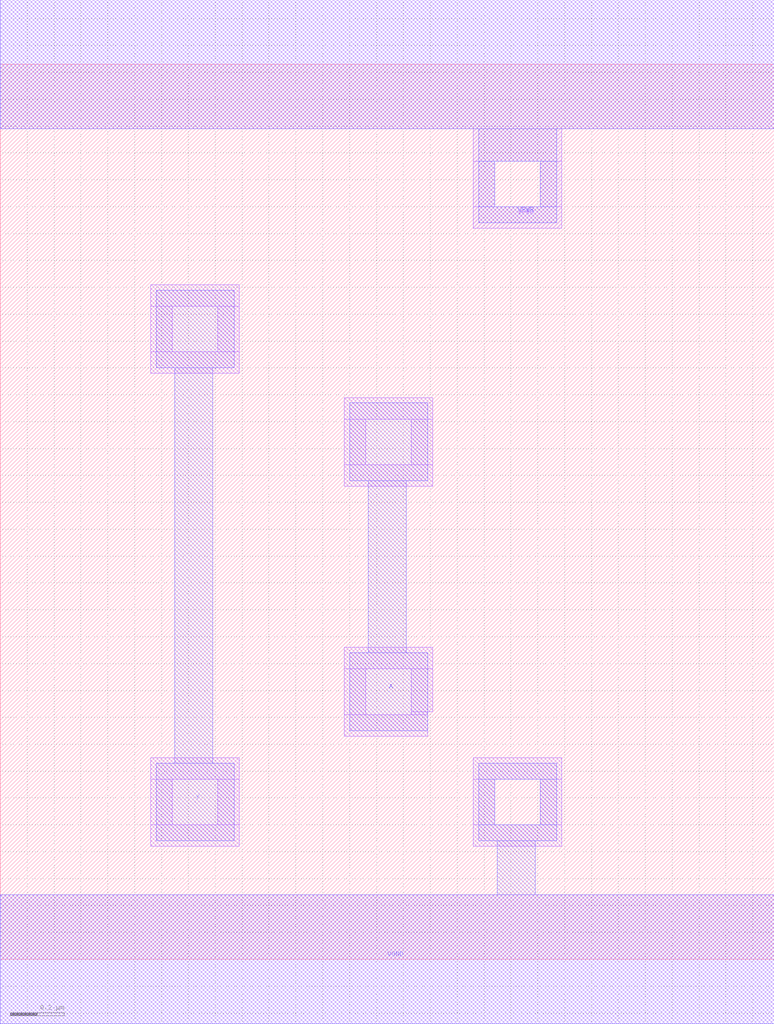
<source format=lef>
VERSION 5.7 ;
  NOWIREEXTENSIONATPIN ON ;
  DIVIDERCHAR "/" ;
  BUSBITCHARS "[]" ;
MACRO INVX2
  CLASS CORE ;
  FOREIGN INVX2 ;
  ORIGIN 0.000 0.000 ;
  SIZE 2.880 BY 3.330 ;
  SYMMETRY X Y R90 ;
  SITE unit ;
  PIN VPWR
    DIRECTION INOUT ;
    USE POWER ;
    SHAPE ABUTMENT ;
    PORT
      LAYER met1 ;
        RECT 0.000 3.090 2.880 3.570 ;
        RECT 1.780 2.970 2.070 3.090 ;
        RECT 1.780 2.800 1.840 2.970 ;
        RECT 2.010 2.800 2.070 2.970 ;
        RECT 1.780 2.740 2.070 2.800 ;
    END
    PORT
      LAYER li1 ;
        RECT 0.000 3.090 2.880 3.570 ;
        RECT 1.760 2.970 2.090 3.090 ;
        RECT 1.760 2.800 1.840 2.970 ;
        RECT 2.010 2.800 2.090 2.970 ;
        RECT 1.760 2.720 2.090 2.800 ;
    END
  END VPWR
  PIN VGND
    DIRECTION INOUT ;
    USE GROUND ;
    SHAPE ABUTMENT ;
    PORT
      LAYER met1 ;
        RECT 1.780 0.670 2.070 0.730 ;
        RECT 1.780 0.500 1.840 0.670 ;
        RECT 2.010 0.500 2.070 0.670 ;
        RECT 1.780 0.440 2.070 0.500 ;
        RECT 1.850 0.240 1.990 0.440 ;
        RECT 0.000 -0.240 2.880 0.240 ;
    END
    PORT
      LAYER li1 ;
        RECT 0.000 -0.240 2.880 0.240 ;
    END
  END VGND
  PIN Y
    DIRECTION INOUT ;
    USE SIGNAL ;
    SHAPE ABUTMENT ;
    PORT
      LAYER met1 ;
        RECT 0.580 2.200 0.870 2.490 ;
        RECT 0.650 0.730 0.790 2.200 ;
        RECT 0.580 0.440 0.870 0.730 ;
    END
  END Y
  PIN A
    DIRECTION INOUT ;
    USE SIGNAL ;
    SHAPE ABUTMENT ;
    PORT
      LAYER met1 ;
        RECT 1.300 1.780 1.590 2.070 ;
        RECT 1.370 1.140 1.510 1.780 ;
        RECT 1.300 0.850 1.590 1.140 ;
    END
  END A
  OBS
      LAYER li1 ;
        RECT 0.560 2.430 0.890 2.510 ;
        RECT 0.560 2.260 0.640 2.430 ;
        RECT 0.810 2.260 0.890 2.430 ;
        RECT 0.560 2.180 0.890 2.260 ;
        RECT 1.280 2.010 1.610 2.090 ;
        RECT 1.280 1.840 1.360 2.010 ;
        RECT 1.530 1.840 1.610 2.010 ;
        RECT 1.280 1.760 1.610 1.840 ;
        RECT 1.280 1.080 1.610 1.160 ;
        RECT 1.280 0.910 1.360 1.080 ;
        RECT 1.530 0.920 1.610 1.080 ;
        RECT 1.530 0.910 1.590 0.920 ;
        RECT 1.280 0.830 1.590 0.910 ;
        RECT 0.560 0.670 0.890 0.750 ;
        RECT 0.560 0.500 0.640 0.670 ;
        RECT 0.810 0.500 0.890 0.670 ;
        RECT 0.560 0.420 0.890 0.500 ;
        RECT 1.760 0.670 2.090 0.750 ;
        RECT 1.760 0.500 1.840 0.670 ;
        RECT 2.010 0.500 2.090 0.670 ;
        RECT 1.760 0.420 2.090 0.500 ;
  END
END INVX2
END LIBRARY


</source>
